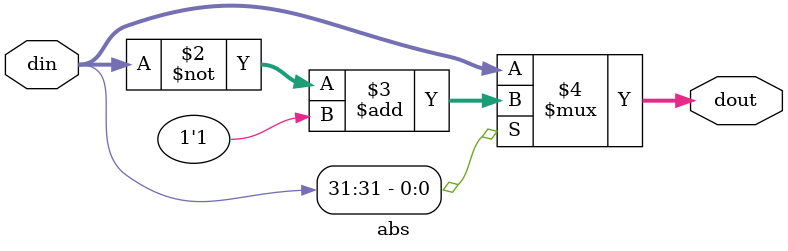
<source format=v>
module abs #(
	parameter integer C_WIDTH = 32
)(
	input signed [C_WIDTH-1:0] din,
	output[C_WIDTH-1:0] dout
);

	assign dout = (din[C_WIDTH-1] == 1) ? (~din + 1'b1) : din;

endmodule

</source>
